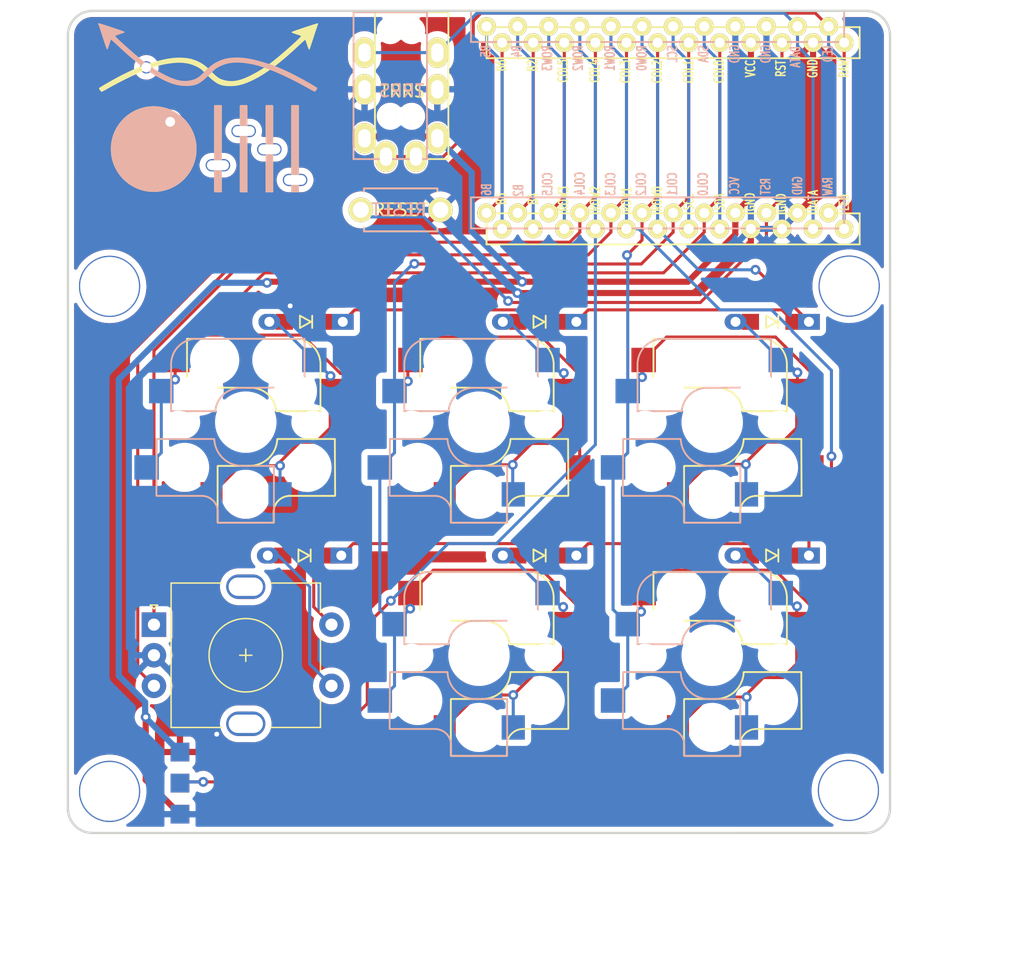
<source format=kicad_pcb>
(kicad_pcb (version 20211014) (generator pcbnew)
  (title_block (title "Seekbar Control Keyboard") (date "2023-12-14"))
  (layers (0 "F.Cu" signal) (31 "B.Cu" signal) (34 "B.Paste" user) (35 "F.Paste" user) (36 "B.SilkS" user "B.Silkscreen") (37 "F.SilkS" user "F.Silkscreen") (38 "B.Mask" user) (39 "F.Mask" user) (44 "Edge.Cuts" user))
  (net 0 "")
  (net 1 "row-0")
  (net 2 "Net-(D1-Pad2)")
  (net 3 "row-1")
  (net 4 "Net-(D2-Pad2)")
  (net 5 "Net-(D3-Pad2)")
  (net 6 "Net-(D4-Pad2)")
  (net 7 "Net-(D5-Pad2)")
  (net 8 "Net-(D6-Pad2)")
  (net 9 "VCC")
  (net 10 "data-TX")
  (net 11 "data-RX")
  (net 12 "GND")
  (net 13 "led-Din")
  (net 14 "col-0")
  (net 15 "rotary-A")
  (net 16 "rotary-B")
  (net 17 "col-1")
  (net 18 "reset")
  (net 19 "col-2")
  (net 20 "unconnected-(U1-Pad24)")
  (net 21 "unconnected-(U1-Pad15)")
  (net 22 "unconnected-(U1-Pad14)")
  (net 23 "unconnected-(U1-Pad13)")
  (net 24 "unconnected-(U1-Pad12)")
  (net 25 "unconnected-(U1-Pad11)")
  (net 26 "unconnected-(U1-Pad10)")
  (net 27 "unconnected-(U1-Pad6)")
  (net 28 "unconnected-(U1-Pad5)")
  (footprint "kbd.pretty:D3_TH_SMD_v2" (layer "F.Cu") (at 87.157504 101.519499 180)
    (fp_text reference "D5" hide)
    (fp_text value "D" hide)
  )
  (footprint "kbd.pretty:MJ-4PP-9" (layer "F.Cu") (at 57.707504 76.219499)
    (fp_text reference "J1")
    (fp_text value "MJ-4PP-9" hide)
  )
  (footprint "kbd.pretty:ResetSW" (layer "F.Cu") (at 56.807504 92.369499 180)
    (fp_text reference "SW5" hide)
    (fp_text value "RESET_SW")
  )
  (footprint "kbd.pretty:D3_TH_SMD_v2" (layer "F.Cu") (at 68.157504 120.619499 180)
    (fp_text reference "D4" hide)
    (fp_text value "D" hide)
  )
  (footprint "kbd.pretty:CherryMX_Choc_Hotswap" (layer "F.Cu") (at 63.207504 109.719499)
    (fp_text reference "SW3" hide)
    (fp_text value "SW_PUSH" hide)
  )
  (footprint "kbd.pretty:HOLE" (layer "F.Cu") (at 33.033004 98.619499)
    (fp_text reference "Ref**")
    (fp_text value "Val**")
  )
  (footprint "kbd.pretty:D3_TH_SMD_v2" (layer "F.Cu") (at 87.157504 120.619499 180)
    (fp_text reference "D6" hide)
    (fp_text value "D" hide)
  )
  (footprint "kbd.pretty:HOLE" (layer "F.Cu") (at 93.384004 139.819499)
    (fp_text reference "Ref**")
    (fp_text value "Val**")
  )
  (footprint "kbd.pretty:D3_TH_SMD_v2" (layer "F.Cu") (at 48.957504 120.619499 180)
    (fp_text reference "D2" hide)
    (fp_text value "D" hide)
  )
  (footprint "kbd.pretty:CherryMX_Choc_Hotswap" (layer "F.Cu") (at 82.257504 128.769499)
    (fp_text reference "SW7" hide)
    (fp_text value "SW_PUSH" hide)
  )
  (footprint "kbd.pretty:ProMicro_v2" (layer "F.Cu") (at 78.557504 86.269499 -90)
    (fp_text reference "U1" hide)
    (fp_text value "ProMicro" hide)
  )
  (footprint "kbd.pretty:CherryMX_Choc_Hotswap" (layer "F.Cu") (at 82.257504 109.719499)
    (fp_text reference "SW6" hide)
    (fp_text value "SW_PUSH" hide)
  )
  (footprint "kbd.pretty:D3_TH_SMD_v2" (layer "F.Cu") (at 68.157504 101.519499 180)
    (fp_text reference "D3" hide)
    (fp_text value "D" hide)
  )
  (footprint "kbd.pretty:HOLE" (layer "F.Cu") (at 33.033004 139.896001)
    (fp_text reference "Ref**")
    (fp_text value "Val**")
  )
  (footprint "kbd.pretty:CherryMX_Choc_Hotswap" (layer "F.Cu") (at 44.157504 109.719499)
    (fp_text reference "SW1" hide)
    (fp_text value "SW_PUSH" hide)
  )
  (footprint "kbd.pretty:StripLED_rev" (layer "F.Cu") (at 38.784004 136.679499)
    (fp_text reference "J2" hide)
    (fp_text value "LED" hide)
  )
  (footprint "logo.pretty:SCK-logo" (layer "F.Cu") (at 41.034071 83.874503)
    (fp_text reference "REF**" hide)
    (fp_text value "SCK-logo" hide)
  )
  (footprint "kbd.pretty:CherryMX_Choc_Hotswap" (layer "F.Cu") (at 63.207504 128.769499)
    (fp_text reference "SW4" hide)
    (fp_text value "SW_PUSH" hide)
  )
  (footprint "kbd.pretty:D3_TH_SMD_v2" (layer "F.Cu") (at 49.082504 101.519499 180)
    (fp_text reference "D1" hide)
    (fp_text value "D" hide)
  )
  (footprint "kbd.pretty:HOLE" (layer "F.Cu") (at 93.445504 98.604499)
    (fp_text reference "Ref**")
    (fp_text value "Val**")
  )
  (footprint "Keebio-Parts.pretty:RotaryEncoder_EC11" (layer "F.Cu") (at 44.157504 128.769499)
    (fp_text reference "SW2")
    (fp_text value "RotaryEncoder_Switch")
  )
  (gr_line (start 30.454504 76.488497) (end 30.454504 76.488497) (layer "Edge.Cuts") (width 0.188976))
  (gr_line (start 95.399501 143.196493) (end 95.399501 143.196493) (layer "Edge.Cuts") (width 0.188976))
  (gr_line (start 30.722504 76.324497) (end 30.864504 76.259497) (layer "Edge.Cuts") (width 0.188976))
  (gr_line (start 30.011504 142.469496) (end 29.924504 142.338499) (layer "Edge.Cuts") (width 0.188976))
  (gr_line (start 96.079501 142.814497) (end 96.079501 142.814497) (layer "Edge.Cuts") (width 0.188976))
  (gr_line (start 31.473504 143.287497) (end 31.317504 143.269499) (layer "Edge.Cuts") (width 0.188976))
  (gr_line (start 95.956507 142.912497) (end 95.956507 142.912497) (layer "Edge.Cuts") (width 0.188976))
  (gr_line (start 31.163504 76.162497) (end 31.317504 76.131497) (layer "Edge.Cuts") (width 0.188976))
  (gr_line (start 96.756503 77.794497) (end 96.756503 77.794497) (layer "Edge.Cuts") (width 0.188976))
  (gr_line (start 31.163504 143.238501) (end 31.011504 143.196493) (layer "Edge.Cuts") (width 0.188976))
  (gr_line (start 29.727504 77.488497) (end 29.782504 77.341497) (layer "Edge.Cuts") (width 0.188976))
  (gr_line (start 96.780505 78.107497) (end 96.781504 141.294501) (layer "Edge.Cuts") (width 0.188976))
  (gr_line (start 95.546504 76.259497) (end 95.546504 76.259497) (layer "Edge.Cuts") (width 0.188976))
  (gr_line (start 96.781504 141.294501) (end 96.774501 141.450499) (layer "Edge.Cuts") (width 0.188976))
  (gr_line (start 31.163504 76.162497) (end 31.163504 76.162497) (layer "Edge.Cuts") (width 0.188976))
  (gr_line (start 31.011504 143.196493) (end 30.864504 143.141501) (layer "Edge.Cuts") (width 0.188976))
  (gr_line (start 96.725505 141.760496) (end 96.725505 141.760496) (layer "Edge.Cuts") (width 0.188976))
  (gr_line (start 96.301501 76.808497) (end 96.301501 76.808497) (layer "Edge.Cuts") (width 0.188976))
  (gr_line (start 29.629504 141.294501) (end 29.629504 141.294501) (layer "Edge.Cuts") (width 0.188976))
  (gr_line (start 29.630504 78.107497) (end 29.630504 78.107497) (layer "Edge.Cuts") (width 0.188976))
  (gr_line (start 29.847504 77.199497) (end 29.847504 77.199497) (layer "Edge.Cuts") (width 0.188976))
  (gr_line (start 29.654504 77.794497) (end 29.654504 77.794497) (layer "Edge.Cuts") (width 0.188976))
  (gr_line (start 29.847504 77.199497) (end 29.924504 77.062497) (layer "Edge.Cuts") (width 0.188976))
  (gr_line (start 94.937503 143.287497) (end 94.937503 143.287497) (layer "Edge.Cuts") (width 0.188976))
  (gr_line (start 95.2475 76.162497) (end 95.399501 76.204497) (layer "Edge.Cuts") (width 0.188976))
  (gr_line (start 29.636504 141.450499) (end 29.629504 141.294501) (layer "Edge.Cuts") (width 0.188976))
  (gr_line (start 29.685504 141.760496) (end 29.685504 141.760496) (layer "Edge.Cuts") (width 0.188976))
  (gr_line (start 96.195506 142.708494) (end 96.079501 142.814497) (layer "Edge.Cuts") (width 0.188976))
  (gr_line (start 31.473504 143.287497) (end 31.473504 143.287497) (layer "Edge.Cuts") (width 0.188976))
  (gr_line (start 30.011504 76.931497) (end 30.011504 76.931497) (layer "Edge.Cuts") (width 0.188976))
  (gr_line (start 30.011504 142.469496) (end 30.011504 142.469496) (layer "Edge.Cuts") (width 0.188976))
  (gr_line (start 29.782504 142.0595) (end 29.782504 142.0595) (layer "Edge.Cuts") (width 0.188976))
  (gr_line (start 31.317504 143.269499) (end 31.317504 143.269499) (layer "Edge.Cuts") (width 0.188976))
  (gr_line (start 30.331504 142.814497) (end 30.331504 142.814497) (layer "Edge.Cuts") (width 0.188976))
  (gr_line (start 31.011504 76.204497) (end 31.163504 76.162497) (layer "Edge.Cuts") (width 0.188976))
  (gr_line (start 96.628505 77.341497) (end 96.683505 77.488497) (layer "Edge.Cuts") (width 0.188976))
  (gr_line (start 30.215504 142.708494) (end 30.215504 142.708494) (layer "Edge.Cuts") (width 0.188976))
  (gr_line (start 95.2475 143.238501) (end 95.093501 143.269499) (layer "Edge.Cuts") (width 0.188976))
  (gr_line (start 29.847504 142.201498) (end 29.782504 142.0595) (layer "Edge.Cuts") (width 0.188976))
  (gr_line (start 29.654504 141.606497) (end 29.636504 141.450499) (layer "Edge.Cuts") (width 0.188976))
  (gr_line (start 96.683505 77.488497) (end 96.725505 77.640497) (layer "Edge.Cuts") (width 0.188976))
  (gr_line (start 96.486506 142.338499) (end 96.486506 142.338499) (layer "Edge.Cuts") (width 0.188976))
  (gr_line (start 96.683505 77.488497) (end 96.683505 77.488497) (layer "Edge.Cuts") (width 0.188976))
  (gr_line (start 30.864504 143.141501) (end 30.722504 143.076498) (layer "Edge.Cuts") (width 0.188976))
  (gr_line (start 95.399501 76.204497) (end 95.546504 76.259497) (layer "Edge.Cuts") (width 0.188976))
  (gr_line (start 30.331504 142.814497) (end 30.215504 142.708494) (layer "Edge.Cuts") (width 0.188976))
  (gr_line (start 96.683505 141.912497) (end 96.628505 142.0595) (layer "Edge.Cuts") (width 0.188976))
  (gr_line (start 30.585504 142.999495) (end 30.454504 142.912497) (layer "Edge.Cuts") (width 0.188976))
  (gr_line (start 96.628505 142.0595) (end 96.563502 142.201498) (layer "Edge.Cuts") (width 0.188976))
  (gr_line (start 96.399501 76.931497) (end 96.399501 76.931497) (layer "Edge.Cuts") (width 0.188976))
  (gr_line (start 96.628505 142.0595) (end 96.628505 142.0595) (layer "Edge.Cuts") (width 0.188976))
  (gr_line (start 95.546504 143.141501) (end 95.399501 143.196493) (layer "Edge.Cuts") (width 0.188976))
  (gr_line (start 30.109504 76.808497) (end 30.215504 76.692497) (layer "Edge.Cuts") (width 0.188976))
  (gr_line (start 30.454504 76.488497) (end 30.585504 76.401497) (layer "Edge.Cuts") (width 0.188976))
  (gr_line (start 31.630504 143.294501) (end 31.630504 143.294501) (layer "Edge.Cuts") (width 0.188976))
  (gr_line (start 95.2475 143.238501) (end 95.2475 143.238501) (layer "Edge.Cuts") (width 0.188976))
  (gr_line (start 96.628505 77.341497) (end 96.628505 77.341497) (layer "Edge.Cuts") (width 0.188976))
  (gr_line (start 96.774501 77.950497) (end 96.780505 78.107497) (layer "Edge.Cuts") (width 0.188976))
  (gr_line (start 29.782504 77.341497) (end 29.847504 77.199497) (layer "Edge.Cuts") (width 0.188976))
  (gr_line (start 31.163504 143.238501) (end 31.163504 143.238501) (layer "Edge.Cuts") (width 0.188976))
  (gr_line (start 95.825503 76.401497) (end 95.956507 76.488497) (layer "Edge.Cuts") (width 0.188976))
  (gr_line (start 95.546504 143.141501) (end 95.546504 143.141501) (layer "Edge.Cuts") (width 0.188976))
  (gr_line (start 96.780505 78.107497) (end 96.780505 78.107497) (layer "Edge.Cuts") (width 0.188976))
  (gr_line (start 31.011504 76.204497) (end 31.011504 76.204497) (layer "Edge.Cuts") (width 0.188976))
  (gr_line (start 29.924504 142.338499) (end 29.847504 142.201498) (layer "Edge.Cuts") (width 0.188976))
  (gr_line (start 30.109504 142.592497) (end 30.011504 142.469496) (layer "Edge.Cuts") (width 0.188976))
  (gr_line (start 95.093501 76.131497) (end 95.2475 76.162497) (layer "Edge.Cuts") (width 0.188976))
  (gr_line (start 95.956507 142.912497) (end 95.825503 142.999495) (layer "Edge.Cuts") (width 0.188976))
  (gr_line (start 29.629504 141.294501) (end 29.630504 78.107497) (layer "Edge.Cuts") (width 0.188976))
  (gr_line (start 96.774501 141.450499) (end 96.756503 141.606497) (layer "Edge.Cuts") (width 0.188976))
  (gr_line (start 96.399501 76.931497) (end 96.486506 77.062497) (layer "Edge.Cuts") (width 0.188976))
  (gr_line (start 30.864504 143.141501) (end 30.864504 143.141501) (layer "Edge.Cuts") (width 0.188976))
  (gr_line (start 96.195506 76.692497) (end 96.301501 76.808497) (layer "Edge.Cuts") (width 0.188976))
  (gr_line (start 31.630504 143.294501) (end 31.473504 143.287497) (layer "Edge.Cuts") (width 0.188976))
  (gr_line (start 29.782504 77.341497) (end 29.782504 77.341497) (layer "Edge.Cuts") (width 0.188976))
  (gr_line (start 29.636504 77.950497) (end 29.636504 77.950497) (layer "Edge.Cuts") (width 0.188976))
  (gr_line (start 29.924504 142.338499) (end 29.924504 142.338499) (layer "Edge.Cuts") (width 0.188976))
  (gr_line (start 30.864504 76.259497) (end 30.864504 76.259497) (layer "Edge.Cuts") (width 0.188976))
  (gr_line (start 95.956507 76.488497) (end 95.956507 76.488497) (layer "Edge.Cuts") (width 0.188976))
  (gr_line (start 30.722504 143.076498) (end 30.722504 143.076498) (layer "Edge.Cuts") (width 0.188976))
  (gr_line (start 96.756503 77.794497) (end 96.774501 77.950497) (layer "Edge.Cuts") (width 0.188976))
  (gr_line (start 29.654504 141.606497) (end 29.654504 141.606497) (layer "Edge.Cuts") (width 0.188976))
  (gr_line (start 29.636504 77.950497) (end 29.654504 77.794497) (layer "Edge.Cuts") (width 0.188976))
  (gr_line (start 29.727504 77.488497) (end 29.727504 77.488497) (layer "Edge.Cuts") (width 0.188976))
  (gr_line (start 96.774501 141.450499) (end 96.774501 141.450499) (layer "Edge.Cuts") (width 0.188976))
  (gr_line (start 30.722504 76.324497) (end 30.722504 76.324497) (layer "Edge.Cuts") (width 0.188976))
  (gr_line (start 96.756503 141.606497) (end 96.725505 141.760496) (layer "Edge.Cuts") (width 0.188976))
  (gr_line (start 29.685504 77.640497) (end 29.685504 77.640497) (layer "Edge.Cuts") (width 0.188976))
  (gr_line (start 30.109504 76.808497) (end 30.109504 76.808497) (layer "Edge.Cuts") (width 0.188976))
  (gr_line (start 94.781504 143.293493) (end 94.781504 143.293493) (layer "Edge.Cuts") (width 0.188976))
  (gr_line (start 96.725505 77.640497) (end 96.725505 77.640497) (layer "Edge.Cuts") (width 0.188976))
  (gr_line (start 29.727504 141.912497) (end 29.727504 141.912497) (layer "Edge.Cuts") (width 0.188976))
  (gr_line (start 29.782504 142.0595) (end 29.727504 141.912497) (layer "Edge.Cuts") (width 0.188976))
  (gr_line (start 96.301501 142.592497) (end 96.301501 142.592497) (layer "Edge.Cuts") (width 0.188976))
  (gr_line (start 96.756503 141.606497) (end 96.756503 141.606497) (layer "Edge.Cuts") (width 0.188976))
  (gr_line (start 95.688502 76.324497) (end 95.825503 76.401497) (layer "Edge.Cuts") (width 0.188976))
  (gr_line (start 30.722504 143.076498) (end 30.585504 142.999495) (layer "Edge.Cuts") (width 0.188976))
  (gr_line (start 94.937503 76.113497) (end 94.937503 76.113497) (layer "Edge.Cuts") (width 0.188976))
  (gr_line (start 29.924504 77.062497) (end 30.011504 76.931497) (layer "Edge.Cuts") (width 0.188976))
  (gr_line (start 96.563502 142.201498) (end 96.563502 142.201498) (layer "Edge.Cuts") (width 0.188976))
  (gr_line (start 95.093501 143.269499) (end 95.093501 143.269499) (layer "Edge.Cuts") (width 0.188976))
  (gr_line (start 96.725505 77.640497) (end 96.756503 77.794497) (layer "Edge.Cuts") (width 0.188976))
  (gr_line (start 30.215504 76.692497) (end 30.331504 76.586497) (layer "Edge.Cuts") (width 0.188976))
  (gr_line (start 30.331504 76.586497) (end 30.454504 76.488497) (layer "Edge.Cuts") (width 0.188976))
  (gr_line (start 30.215504 142.708494) (end 30.109504 142.592497) (layer "Edge.Cuts") (width 0.188976))
  (gr_line (start 31.317504 143.269499) (end 31.163504 143.238501) (layer "Edge.Cuts") (width 0.188976))
  (gr_line (start 95.688502 143.076498) (end 95.688502 143.076498) (layer "Edge.Cuts") (width 0.188976))
  (gr_line (start 96.683505 141.912497) (end 96.683505 141.912497) (layer "Edge.Cuts") (width 0.188976))
  (gr_line (start 96.079501 142.814497) (end 95.956507 142.912497) (layer "Edge.Cuts") (width 0.188976))
  (gr_line (start 96.486506 77.062497) (end 96.486506 77.062497) (layer "Edge.Cuts") (width 0.188976))
  (gr_line (start 94.937503 76.113497) (end 95.093501 76.131497) (layer "Edge.Cuts") (width 0.188976))
  (gr_line (start 31.473504 76.113497) (end 31.630504 76.106497) (layer "Edge.Cuts") (width 0.188976))
  (gr_line (start 31.011504 143.196493) (end 31.011504 143.196493) (layer "Edge.Cuts") (width 0.188976))
  (gr_line (start 96.301501 142.592497) (end 96.195506 142.708494) (layer "Edge.Cuts") (width 0.188976))
  (gr_line (start 31.317504 76.131497) (end 31.317504 76.131497) (layer "Edge.Cuts") (width 0.188976))
  (gr_line (start 30.864504 76.259497) (end 31.011504 76.204497) (layer "Edge.Cuts") (width 0.188976))
  (gr_line (start 94.781504 76.107497) (end 94.937503 76.113497) (layer "Edge.Cuts") (width 0.188976))
  (gr_line (start 29.630504 78.107497) (end 29.636504 77.950497) (layer "Edge.Cuts") (width 0.188976))
  (gr_line (start 94.937503 143.287497) (end 94.781504 143.293493) (layer "Edge.Cuts") (width 0.188976))
  (gr_line (start 96.399501 142.469496) (end 96.399501 142.469496) (layer "Edge.Cuts") (width 0.188976))
  (gr_line (start 96.774501 77.950497) (end 96.774501 77.950497) (layer "Edge.Cuts") (width 0.188976))
  (gr_line (start 95.688502 76.324497) (end 95.688502 76.324497) (layer "Edge.Cuts") (width 0.188976))
  (gr_line (start 96.563502 77.199497) (end 96.563502 77.199497) (layer "Edge.Cuts") (width 0.188976))
  (gr_line (start 30.109504 142.592497) (end 30.109504 142.592497) (layer "Edge.Cuts") (width 0.188976))
  (gr_line (start 31.630504 76.106497) (end 31.630504 76.106497) (layer "Edge.Cuts") (width 0.188976))
  (gr_line (start 95.688502 143.076498) (end 95.546504 143.141501) (layer "Edge.Cuts") (width 0.188976))
  (gr_line (start 96.725505 141.760496) (end 96.683505 141.912497) (layer "Edge.Cuts") (width 0.188976))
  (gr_line (start 96.301501 76.808497) (end 96.399501 76.931497) (layer "Edge.Cuts") (width 0.188976))
  (gr_line (start 29.924504 77.062497) (end 29.924504 77.062497) (layer "Edge.Cuts") (width 0.188976))
  (gr_line (start 30.215504 76.692497) (end 30.215504 76.692497) (layer "Edge.Cuts") (width 0.188976))
  (gr_line (start 30.585504 142.999495) (end 30.585504 142.999495) (layer "Edge.Cuts") (width 0.188976))
  (gr_line (start 29.847504 142.201498) (end 29.847504 142.201498) (layer "Edge.Cuts") (width 0.188976))
  (gr_line (start 30.454504 142.912497) (end 30.331504 142.814497) (layer "Edge.Cuts") (width 0.188976))
  (gr_line (start 30.585504 76.401497) (end 30.722504 76.324497) (layer "Edge.Cuts") (width 0.188976))
  (gr_line (start 95.825503 142.999495) (end 95.825503 142.999495) (layer "Edge.Cuts") (width 0.188976))
  (gr_line (start 95.956507 76.488497) (end 96.079501 76.586497) (layer "Edge.Cuts") (width 0.188976))
  (gr_line (start 96.781504 141.294501) (end 96.781504 141.294501) (layer "Edge.Cuts") (width 0.188976))
  (gr_line (start 31.473504 76.113497) (end 31.473504 76.113497) (layer "Edge.Cuts") (width 0.188976))
  (gr_line (start 96.486506 77.062497) (end 96.563502 77.199497) (layer "Edge.Cuts") (width 0.188976))
  (gr_line (start 96.079501 76.586497) (end 96.195506 76.692497) (layer "Edge.Cuts") (width 0.188976))
  (gr_line (start 29.685504 141.760496) (end 29.654504 141.606497) (layer "Edge.Cuts") (width 0.188976))
  (gr_line (start 29.727504 141.912497) (end 29.685504 141.760496) (layer "Edge.Cuts") (width 0.188976))
  (gr_line (start 29.685504 77.640497) (end 29.727504 77.488497) (layer "Edge.Cuts") (width 0.188976))
  (gr_line (start 95.546504 76.259497) (end 95.688502 76.324497) (layer "Edge.Cuts") (width 0.188976))
  (gr_line (start 30.454504 142.912497) (end 30.454504 142.912497) (layer "Edge.Cuts") (width 0.188976))
  (gr_line (start 95.399501 143.196493) (end 95.2475 143.238501) (layer "Edge.Cuts") (width 0.188976))
  (gr_line (start 96.195506 142.708494) (end 96.195506 142.708494) (layer "Edge.Cuts") (width 0.188976))
  (gr_line (start 31.317504 76.131497) (end 31.473504 76.113497) (layer "Edge.Cuts") (width 0.188976))
  (gr_line (start 95.093501 143.269499) (end 94.937503 143.287497) (layer "Edge.Cuts") (width 0.188976))
  (gr_line (start 94.781504 143.293493) (end 31.630504 143.294501) (layer "Edge.Cuts") (width 0.188976))
  (gr_line (start 96.399501 142.469496) (end 96.301501 142.592497) (layer "Edge.Cuts") (width 0.188976))
  (gr_line (start 95.093501 76.131497) (end 95.093501 76.131497) (layer "Edge.Cuts") (width 0.188976))
  (gr_line (start 30.331504 76.586497) (end 30.331504 76.586497) (layer "Edge.Cuts") (width 0.188976))
  (gr_line (start 29.636504 141.450499) (end 29.636504 141.450499) (layer "Edge.Cuts") (width 0.188976))
  (gr_line (start 95.825503 76.401497) (end 95.825503 76.401497) (layer "Edge.Cuts") (width 0.188976))
  (gr_line (start 95.825503 142.999495) (end 95.688502 143.076498) (layer "Edge.Cuts") (width 0.188976))
  (gr_line (start 95.2475 76.162497) (end 95.2475 76.162497) (layer "Edge.Cuts") (width 0.188976))
  (gr_line (start 30.585504 76.401497) (end 30.585504 76.401497) (layer "Edge.Cuts") (width 0.188976))
  (gr_line (start 29.654504 77.794497) (end 29.685504 77.640497) (layer "Edge.Cuts") (width 0.188976))
  (gr_line (start 30.011504 76.931497) (end 30.109504 76.808497) (layer "Edge.Cuts") (width 0.188976))
  (gr_line (start 96.563502 77.199497) (end 96.628505 77.341497) (layer "Edge.Cuts") (width 0.188976))
  (gr_line (start 96.195506 76.692497) (end 96.195506 76.692497) (layer "Edge.Cuts") (width 0.188976))
  (gr_line (start 96.486506 142.338499) (end 96.399501 142.469496) (layer "Edge.Cuts") (width 0.188976))
  (gr_line (start 96.563502 142.201498) (end 96.486506 142.338499) (layer "Edge.Cuts") (width 0.188976))
  (gr_line (start 96.079501 76.586497) (end 96.079501 76.586497) (layer "Edge.Cuts") (width 0.188976))
  (gr_line (start 95.399501 76.204497) (end 95.399501 76.204497) (layer "Edge.Cuts") (width 0.188976))
  (gr_line (start 31.630504 76.106497) (end 94.781504 76.107497) (layer "Edge.Cuts") (width 0.188976))
  (segment (start 69.932504 101.519499) (end 68.957993 100.544988) (width 0.25) (layer "F.Cu") (net 1))
  (segment (start 53.057015 100.544988) (end 52.082504 101.519499) (width 0.25) (layer "F.Cu") (net 1))
  (segment (start 72.132024 100.544979) (end 71.157504 101.519499) (width 0.25) (layer "F.Cu") (net 1))
  (segment (start 85.787504 97.269499) (end 85.837504 97.319499) (width 0.25) (layer "F.Cu") (net 1))
  (segment (start 88.932504 101.519499) (end 87.957984 100.544979) (width 0.25) (layer "F.Cu") (net 1))
  (segment (start 71.157504 101.519499) (end 69.932504 101.519499) (width 0.25) (layer "F.Cu") (net 1))
  (segment (start 90.157504 101.519499) (end 88.932504 101.519499) (width 0.25) (layer "F.Cu") (net 1))
  (segment (start 85.837504 97.319499) (end 85.957504 97.319499) (width 0.25) (layer "F.Cu") (net 1))
  (segment (start 85.957504 97.319499) (end 90.157504 101.519499) (width 0.25) (layer "F.Cu") (net 1))
  (segment (start 68.957993 100.544988) (end 53.057015 100.544988) (width 0.25) (layer "F.Cu") (net 1))
  (segment (start 87.957984 100.544979) (end 72.132024 100.544979) (width 0.25) (layer "F.Cu") (net 1))
  (segment (start 52.082504 101.519499) (end 50.857504 101.519499) (width 0.25) (layer "F.Cu") (net 1))
  (via (at 85.787504 97.269499) (size 0.8) (drill 0.4) (layers "F.Cu" "B.Cu") (net 1))
  (segment (start 77.795504 93.925899) (end 77.795504 80.242459) (width 0.25) (layer "B.Cu") (net 1))
  (segment (start 81.139104 97.269499) (end 77.795504 93.925899) (width 0.25) (layer "B.Cu") (net 1))
  (segment (start 76.525504 78.972459) (end 76.525504 77.379499) (width 0.25) (layer "B.Cu") (net 1))
  (segment (start 77.795504 80.242459) (end 76.525504 78.972459) (width 0.25) (layer "B.Cu") (net 1))
  (segment (start 85.787504 97.269499) (end 81.139104 97.269499) (width 0.25) (layer "B.Cu") (net 1))
  (segment (start 46.957504 113.279499) (end 43.697504 113.279499) (width 0.25) (layer "F.Cu") (net 2))
  (segment (start 43.697504 113.279499) (end 41.357504 115.619499) (width 0.25) (layer "F.Cu") (net 2))
  (segment (start 51.057504 110.192656) (end 49.890661 111.359499) (width 0.25) (layer "F.Cu") (net 2))
  (segment (start 51.057504 107.179499) (end 51.057504 110.192656) (width 0.25) (layer "F.Cu") (net 2))
  (segment (start 46.957504 112.968525) (end 46.957504 113.279499) (width 0.25) (layer "F.Cu") (net 2))
  (segment (start 51.057504 105.969499) (end 51.077504 105.949499) (width 0.25) (layer "F.Cu") (net 2))
  (segment (start 49.890661 111.359499) (end 48.56653 111.359499) (width 0.25) (layer "F.Cu") (net 2))
  (segment (start 51.057504 107.179499) (end 51.057504 105.969499) (width 0.25) (layer "F.Cu") (net 2))
  (segment (start 48.56653 111.359499) (end 46.957504 112.968525) (width 0.25) (layer "F.Cu") (net 2))
  (via (at 51.077504 105.949499) (size 0.8) (drill 0.4) (layers "F.Cu" "B.Cu") (net 2))
  (via (at 46.957504 113.279499) (size 0.8) (drill 0.4) (layers "F.Cu" "B.Cu") (net 2))
  (segment (start 46.637504 101.519499) (end 46.082504 101.519499) (width 0.25) (layer "B.Cu") (net 2))
  (segment (start 51.077504 105.949499) (end 51.067504 105.949499) (width 0.25) (layer "B.Cu") (net 2))
  (segment (start 49.757504 104.639499) (end 46.637504 101.519499) (width 0.25) (layer "B.Cu") (net 2))
  (segment (start 46.957504 113.279499) (end 46.957504 115.619499) (width 0.25) (layer "B.Cu") (net 2))
  (segment (start 51.067504 105.949499) (end 49.757504 104.639499) (width 0.25) (layer "B.Cu") (net 2))
  (segment (start 91.997504 112.509499) (end 91.997504 114.428521) (width 0.25) (layer "F.Cu") (net 3))
  (segment (start 69.932504 120.619499) (end 68.957993 119.644988) (width 0.25) (layer "F.Cu") (net 3))
  (segment (start 72.132024 119.644979) (end 71.157504 120.619499) (width 0.25) (layer "F.Cu") (net 3))
  (segment (start 91.997504 114.428521) (end 90.157504 116.268521) (width 0.25) (layer "F.Cu") (net 3))
  (segment (start 68.957993 119.644988) (end 52.932015 119.644988) (width 0.25) (layer "F.Cu") (net 3))
  (segment (start 87.957984 119.644979) (end 72.132024 119.644979) (width 0.25) (layer "F.Cu") (net 3))
  (segment (start 52.932015 119.644988) (end 51.957504 120.619499) (width 0.25) (layer "F.Cu") (net 3))
  (segment (start 88.932504 120.619499) (end 87.957984 119.644979) (width 0.25) (layer "F.Cu") (net 3))
  (segment (start 50.732504 120.619499) (end 51.957504 120.619499) (width 0.25) (layer "F.Cu") (net 3))
  (segment (start 90.157504 116.268521) (end 90.157504 120.619499) (width 0.25) (layer "F.Cu") (net 3))
  (via (at 91.997504 112.509499) (size 0.8) (drill 0.4) (layers "F.Cu" "B.Cu") (net 3))
  (segment (start 87.109484 100.544979) (end 82.878024 100.544979) (width 0.25) (layer "B.Cu") (net 3))
  (segment (start 73.985504 78.972459) (end 73.985504 77.379499) (width 0.25) (layer "B.Cu") (net 3))
  (segment (start 91.995493 105.492748) (end 88.784004 102.281259) (width 0.25) (layer "B.Cu") (net 3))
  (segment (start 76.258944 93.925899) (end 75.255504 93.925899) (width 0.25) (layer "B.Cu") (net 3))
  (segment (start 75.255504 93.925899) (end 75.255504 80.242459) (width 0.25) (layer "B.Cu") (net 3))
  (segment (start 88.784004 102.219499) (end 87.109484 100.544979) (width 0.25) (layer "B.Cu") (net 3))
  (segment (start 75.255504 80.242459) (end 73.985504 78.972459) (width 0.25) (layer "B.Cu") (net 3))
  (segment (start 82.878024 100.544979) (end 76.258944 93.925899) (width 0.25) (layer "B.Cu") (net 3))
  (segment (start 88.784004 102.281259) (end 88.784004 102.219499) (width 0.25) (layer "B.Cu") (net 3))
  (segment (start 91.997504 112.509499) (end 91.995493 112.507488) (width 0.25) (layer "B.Cu") (net 3))
  (segment (start 91.995493 112.507488) (end 91.995493 105.492748) (width 0.25) (layer "B.Cu") (net 3))
  (segment (start 49.377504 129.489499) (end 51.157504 131.269499) (width 0.25) (layer "B.Cu") (net 4))
  (segment (start 49.377504 123.169499) (end 49.377504 129.489499) (width 0.25) (layer "B.Cu") (net 4))
  (segment (start 46.827504 120.619499) (end 49.377504 123.169499) (width 0.25) (layer "B.Cu") (net 4))
  (segment (start 45.957504 120.619499) (end 46.827504 120.619499) (width 0.25) (layer "B.Cu") (net 4))
  (segment (start 65.962488 113.207222) (end 62.819781 113.207222) (width 0.25) (layer "F.Cu") (net 5))
  (segment (start 62.819781 113.207222) (end 60.407504 115.619499) (width 0.25) (layer "F.Cu") (net 5))
  (segment (start 70.107504 105.739499) (end 70.137504 105.709499) (width 0.25) (layer "F.Cu") (net 5))
  (segment (start 67.507504 111.459499) (end 65.962488 113.004515) (width 0.25) (layer "F.Cu") (net 5))
  (segment (start 68.840661 111.459499) (end 67.507504 111.459499) (width 0.25) (layer "F.Cu") (net 5))
  (segment (start 70.107504 107.179499) (end 70.107504 110.192656) (width 0.25) (layer "F.Cu") (net 5))
  (segment (start 70.107504 110.192656) (end 68.840661 111.459499) (width 0.25) (layer "F.Cu") (net 5))
  (segment (start 65.962488 113.004515) (end 65.962488 113.207222) (width 0.25) (layer "F.Cu") (net 5))
  (segment (start 70.107504 107.179499) (end 70.107504 105.739499) (width 0.25) (layer "F.Cu") (net 5))
  (via (at 70.137504 105.709499) (size 0.8) (drill 0.4) (layers "F.Cu" "B.Cu") (net 5))
  (via (at 65.962488 113.207222) (size 0.8) (drill 0.4) (layers "F.Cu" "B.Cu") (net 5))
  (segment (start 65.962488 115.574483) (end 66.007504 115.619499) (width 0.25) (layer "B.Cu") (net 5))
  (segment (start 65.687504 101.519499) (end 65.157504 101.519499) (width 0.25) (layer "B.Cu") (net 5))
  (segment (start 65.962488 113.207222) (end 65.962488 115.574483) (width 0.25) (layer "B.Cu") (net 5))
  (segment (start 70.137504 105.709499) (end 69.877504 105.709499) (width 0.25) (layer "B.Cu") (net 5))
  (segment (start 69.877504 105.709499) (end 68.807504 104.639499) (width 0.25) (layer "B.Cu") (net 5))
  (segment (start 68.807504 104.639499) (end 65.687504 101.519499) (width 0.25) (layer "B.Cu") (net 5))
  (segment (start 67.733433 130.292596) (end 66.006331 132.019698) (width 0.25) (layer "F.Cu") (net 6))
  (segment (start 69.057564 130.292596) (end 67.733433 130.292596) (width 0.25) (layer "F.Cu") (net 6))
  (segment (start 63.057305 132.019698) (end 60.407504 134.669499) (width 0.25) (layer "F.Cu") (net 6))
  (segment (start 70.107504 126.229499) (end 70.107504 124.839499) (width 0.25) (layer "F.Cu") (net 6))
  (segment (start 70.107504 129.242656) (end 69.057564 130.292596) (width 0.25) (layer "F.Cu") (net 6))
  (segment (start 66.006331 132.019698) (end 63.057305 132.019698) (width 0.25) (layer "F.Cu") (net 6))
  (segment (start 70.107504 126.229499) (end 70.107504 129.242656) (width 0.25) (layer "F.Cu") (net 6))
  (segment (start 70.107504 124.839499) (end 70.087504 124.819499) (width 0.25) (layer "F.Cu") (net 6))
  (via (at 70.087504 124.819499) (size 0.8) (drill 0.4) (layers "F.Cu" "B.Cu") (net 6))
  (via (at 66.006331 132.019698) (size 0.8) (drill 0.4) (layers "F.Cu" "B.Cu") (net 6))
  (segment (start 68.807504 123.689499) (end 65.737504 120.619499) (width 0.25) (layer "B.Cu") (net 6))
  (segment (start 66.006331 132.019698) (end 66.007504 132.020871) (width 0.25) (layer "B.Cu") (net 6))
  (segment (start 66.007504 132.020871) (end 66.007504 134.669499) (width 0.25) (layer "B.Cu") (net 6))
  (segment (start 70.087504 124.819499) (end 69.937504 124.819499) (width 0.25) (layer "B.Cu") (net 6))
  (segment (start 69.937504 124.819499) (end 68.807504 123.689499) (width 0.25) (layer "B.Cu") (net 6))
  (segment (start 65.737504 120.619499) (end 65.157504 120.619499) (width 0.25) (layer "B.Cu") (net 6))
  (segment (start 88.000661 111.349499) (end 86.67653 111.349499) (width 0.25) (layer "F.Cu") (net 7))
  (segment (start 89.157504 110.192656) (end 88.000661 111.349499) (width 0.25) (layer "F.Cu") (net 7))
  (segment (start 85.007504 113.018525) (end 85.007504 113.169499) (width 0.25) (layer "F.Cu") (net 7))
  (segment (start 89.217504 105.659499) (end 89.217504 107.119499) (width 0.25) (layer "F.Cu") (net 7))
  (segment (start 86.67653 111.349499) (end 85.007504 113.018525) (width 0.25) (layer "F.Cu") (net 7))
  (segment (start 85.007504 113.169499) (end 81.907504 113.169499) (width 0.25) (layer "F.Cu") (net 7))
  (segment (start 81.907504 113.169499) (end 79.457504 115.619499) (width 0.25) (layer "F.Cu") (net 7))
  (segment (start 89.217504 107.119499) (end 89.157504 107.179499) (width 0.25) (layer "F.Cu") (net 7))
  (segment (start 89.157504 107.179499) (end 89.157504 110.192656) (width 0.25) (layer "F.Cu") (net 7))
  (via (at 85.007504 113.169499) (size 0.8) (drill 0.4) (layers "F.Cu" "B.Cu") (net 7))
  (via (at 89.217504 105.659499) (size 0.8) (drill 0.4) (layers "F.Cu" "B.Cu") (net 7))
  (segment (start 87.857504 104.639499) (end 84.737504 101.519499) (width 0.25) (layer "B.Cu") (net 7))
  (segment (start 84.737504 101.519499) (end 84.157504 101.519499) (width 0.25) (layer "B.Cu") (net 7))
  (segment (start 85.007504 113.169499) (end 85.007504 115.569499) (width 0.25) (layer "B.Cu") (net 7))
  (segment (start 88.197504 104.639499) (end 89.217504 105.659499) (width 0.25) (layer "B.Cu") (net 7))
  (segment (start 85.007504 115.569499) (end 85.057504 115.619499) (width 0.25) (layer "B.Cu") (net 7))
  (segment (start 87.857504 104.639499) (end 88.197504 104.639499) (width 0.25) (layer "B.Cu") (net 7))
  (segment (start 81.937504 132.189499) (end 79.457504 134.669499) (width 0.25) (layer "F.Cu") (net 8))
  (segment (start 86.432025 130.594978) (end 85.077504 131.949499) (width 0.25) (layer "F.Cu") (net 8))
  (segment (start 89.157504 126.229499) (end 89.157504 129.471431) (width 0.25) (layer "F.Cu") (net 8))
  (segment (start 85.077504 132.189499) (end 81.937504 132.189499) (width 0.25) (layer "F.Cu") (net 8))
  (segment (start 89.157504 126.229499) (end 89.157504 124.799499) (width 0.25) (layer "F.Cu") (net 8))
  (segment (start 88.033957 130.594978) (end 86.432025 130.594978) (width 0.25) (layer "F.Cu") (net 8))
  (segment (start 89.157504 129.471431) (end 88.033957 130.594978) (width 0.25) (layer "F.Cu") (net 8))
  (segment (start 89.157504 124.799499) (end 89.187504 124.769499) (width 0.25) (layer "F.Cu") (net 8))
  (segment (start 85.077504 131.949499) (end 85.077504 132.189499) (width 0.25) (layer "F.Cu") (net 8))
  (via (at 85.077504 132.189499) (size 0.8) (drill 0.4) (layers "F.Cu" "B.Cu") (net 8))
  (via (at 89.187504 124.769499) (size 0.8) (drill 0.4) (layers "F.Cu" "B.Cu") (net 8))
  (segment (start 85.077504 134.649499) (end 85.057504 134.669499) (width 0.25) (layer "B.Cu") (net 8))
  (segment (start 87.857504 123.689499) (end 84.787504 120.619499) (width 0.25) (layer "B.Cu") (net 8))
  (segment (start 89.187504 124.769499) (end 88.937504 124.769499) (width 0.25) (layer "B.Cu") (net 8))
  (segment (start 88.937504 124.769499) (end 87.857504 123.689499) (width 0.25) (layer "B.Cu") (net 8))
  (segment (start 84.787504 120.619499) (end 84.157504 120.619499) (width 0.25) (layer "B.Cu") (net 8))
  (segment (start 85.077504 132.189499) (end 85.077504 134.649499) (width 0.25) (layer "B.Cu") (net 8))
  (segment (start 85.415504 78.705899) (end 85.415504 91.349499) (width 0.5) (layer "F.Cu") (net 9))
  (segment (start 35.984004 133.819499) (end 35.984004 138.959499) (width 0.5) (layer "F.Cu") (net 9))
  (segment (start 80.27074 98.243999) (end 66.727504 98.243999) (width 0.5) (layer "F.Cu") (net 9))
  (segment (start 84.145504 94.369235) (end 80.27074 98.243999) (width 0.5) (layer "F.Cu") (net 9))
  (segment (start 54.007024 86.369979) (end 53.857504 86.519499) (width 0.5) (layer "F.Cu") (net 9))
  (segment (start 66.727504 98.243999) (end 45.977602 98.243999) (width 0.5) (layer "F.Cu") (net 9))
  (segment (start 59.807504 86.519499) (end 59.657984 86.369979) (width 0.5) (layer "F.Cu") (net 9))
  (segment (start 35.984004 138.959499) (end 38.784004 141.759499) (width 0.5) (layer "F.Cu") (net 9))
  (segment (start 45.977602 98.243999) (end 45.893053 98.328548) (width 0.5) (layer "F.Cu") (net 9))
  (segment (start 85.415504 91.349499) (end 84.145504 92.619499) (width 0.5) (layer "F.Cu") (net 9))
  (segment (start 59.657984 86.369979) (end 54.007024 86.369979) (width 0.5) (layer "F.Cu") (net 9))
  (segment (start 84.145504 92.619499) (end 84.145504 94.369235) (width 0.5) (layer "F.Cu") (net 9))
  (via (at 66.727504 98.243999) (size 0.8) (drill 0.4) (layers "F.Cu" "B.Cu") (net 9))
  (via (at 45.893053 98.328548) (size 0.8) (drill 0.4) (layers "F.Cu" "B.Cu") (net 9))
  (via (at 35.984004 133.819499) (size 0.8) (drill 0.4) (layers "F.Cu" "B.Cu") (net 9))
  (segment (start 41.674955 98.328548) (end 33.784004 106.219499) (width 0.5) (layer "B.Cu") (net 9))
  (segment (start 62.613993 94.130488) (end 62.613993 89.325988) (width 0.5) (layer "B.Cu") (net 9))
  (segment (start 66.727504 98.243999) (end 62.613993 94.130488) (width 0.5) (layer "B.Cu") (net 9))
  (segment (start 35.932525 133.76802) (end 35.932525 132.594439) (width 0.5) (layer "B.Cu") (net 9))
  (segment (start 33.784004 130.445918) (end 35.670795 132.332709) (width 0.5) (layer "B.Cu") (net 9))
  (segment (start 35.670795 132.332709) (end 35.932525 132.594439) (width 0.5) (layer "B.Cu") (net 9))
  (segment (start 33.784004 106.219499) (end 33.784004 130.445918) (width 0.5) (layer "B.Cu") (net 9))
  (segment (start 45.893053 98.328548) (end 41.674955 98.328548) (width 0.5) (layer "B.Cu") (net 9))
  (segment (start 62.613993 89.325988) (end 59.807504 86.519499) (width 0.5) (layer "B.Cu") (net 9))
  (segment (start 35.932525 132.594439) (end 35.932525 133.82802) (width 0.5) (layer "B.Cu") (net 9))
  (segment (start 35.932525 133.82802) (end 38.784004 136.679499) (width 0.5) (layer "B.Cu") (net 9))
  (segment (start 35.984004 133.819499) (end 35.932525 133.76802) (width 0.5) (layer "B.Cu") (net 9))
  (segment (start 62.738993 76.92945) (end 62.738993 85.578321) (width 0.25) (layer "F.Cu") (net 10))
  (segment (start 58.057504 88.019499) (end 55.607504 88.019499) (width 0.25) (layer "F.Cu") (net 10))
  (segment (start 91.765504 77.379499) (end 90.678993 76.292988) (width 0.25) (layer "F.Cu") (net 10))
  (segment (start 62.816474 76.851969) (end 62.707504 76.960939) (width 0.25) (layer "F.Cu") (net 10))
  (segment (start 58.082024 87.894019) (end 58.057504 87.918539) (width 0.25) (layer "F.Cu") (net 10))
  (segment (start 63.375455 76.292988) (end 62.816474 76.851969) (width 0.25) (layer "F.Cu") (net 10))
  (segment (start 62.816474 76.851969) (end 62.738993 76.92945) (width 0.25) (layer "F.Cu") (net 10))
  (segment (start 62.738993 85.578321) (end 60.273295 88.044019) (width 0.25) (layer "F.Cu") (net 10))
  (segment (start 90.678993 76.292988) (end 63.375455 76.292988) (width 0.25) (layer "F.Cu") (net 10))
  (segment (start 58.082024 88.044019) (end 58.057504 88.019499) (width 0.25) (layer "F.Cu") (net 10))
  (segment (start 58.057504 87.918539) (end 58.057504 88.019499) (width 0.25) (layer "F.Cu") (net 10))
  (segment (start 60.273295 88.044019) (end 58.082024 88.044019) (width 0.25) (layer "F.Cu") (net 10))
  (segment (start 91.765504 78.972459) (end 91.765504 77.379499) (width 0.25) (layer "B.Cu") (net 10))
  (segment (start 93.035504 80.242459) (end 91.765504 78.972459) (width 0.25) (layer "B.Cu") (net 10))
  (segment (start 93.035504 93.925899) (end 93.035504 80.242459) (width 0.25) (layer "B.Cu") (net 10))
  (segment (start 90.495504 93.925899) (end 90.495504 80.242459) (width 0.25) (layer "B.Cu") (net 11))
  (segment (start 90.495504 80.242459) (end 89.225504 78.972459) (width 0.25) (layer "B.Cu") (net 11))
  (segment (start 63.034015 76.292988) (end 59.807504 79.519499) (width 0.25) (layer "B.Cu") (net 11))
  (segment (start 59.807504 79.369499) (end 59.807504 79.519499) (width 0.25) (layer "B.Cu") (net 11))
  (segment (start 89.225504 78.972459) (end 89.225504 77.379499) (width 0.25) (layer "B.Cu") (net 11))
  (segment (start 89.225504 77.379499) (end 88.138993 76.292988) (width 0.25) (layer "B.Cu") (net 11))
  (segment (start 88.138993 76.292988) (end 63.034015 76.292988) (width 0.25) (layer "B.Cu") (net 11))
  (segment (start 59.807504 79.519499) (end 53.857504 79.519499) (width 0.25) (layer "B.Cu") (net 11))
  (segment (start 90.495504 91.349499) (end 89.225504 92.619499) (width 0.5) (layer "F.Cu") (net 12))
  (segment (start 81.251615 99.167418) (end 66.34501 99.167418) (width 0.5) (layer "F.Cu") (net 12))
  (segment (start 49.032526 98.970977) (end 66.148569 98.970977) (width 0.5) (layer "F.Cu") (net 12))
  (segment (start 66.148569 98.970977) (end 66.34501 99.167418) (width 0.5) (layer "F.Cu") (net 12))
  (segment (start 90.495504 78.705899) (end 90.495504 91.349499) (width 0.5) (layer "F.Cu") (net 12))
  (segment (start 41.784004 135.219499) (end 40.324004 136.679499) (width 0.5) (layer "F.Cu") (net 12))
  (segment (start 85.415504 95.003529) (end 81.251615 99.167418) (width 0.5) (layer "F.Cu") (net 12))
  (segment (start 85.415504 93.925899) (end 85.415504 95.003529) (width 0.5) (layer "F.Cu") (net 12))
  (segment (start 89.225504 92.655899) (end 87.955504 93.925899) (width 0.5) (layer "F.Cu") (net 12))
  (segment (start 47.784004 100.219499) (end 49.032526 98.970977) (width 0.5) (layer "F.Cu") (net 12))
  (segment (start 40.324004 136.679499) (end 38.784004 136.679499) (width 0.5) (layer "F.Cu") (net 12))
  (segment (start 89.225504 92.619499) (end 89.225504 92.655899) (width 0.5) (layer "F.Cu") (net 12))
  (via (at 41.784004 135.219499) (size 0.8) (drill 0.4) (layers "F.Cu" "B.Cu") (net 12))
  (via (at 66.34501 99.167418) (size 0.8) (drill 0.4) (layers "F.Cu" "B.Cu") (net 12))
  (via (at 47.784004 100.219499) (size 0.8) (drill 0.4) (layers "F.Cu" "B.Cu") (net 12))
  (segment (start 41.318482 100.219499) (end 34.607993 106.929988) (width 0.5) (layer "B.Cu") (net 12))
  (segment (start 36.657504 128.769499) (end 41.784004 133.895999) (width 0.5) (layer "B.Cu") (net 12))
  (segment (start 34.607993 128.134201) (end 35.243291 128.769499) (width 0.5) (layer "B.Cu") (net 12))
  (segment (start 66.34501 99.167418) (end 60.057504 92.879912) (width 0.5) (layer "B.Cu") (net 12))
  (segment (start 41.784004 133.895999) (end 41.784004 134.219499) (width 0.5) (layer "B.Cu") (net 12))
  (segment (start 85.415504 93.925899) (end 87.955504 93.925899) (width 0.5) (layer "B.Cu") (net 12))
  (segment (start 60.057504 92.879912) (end 60.057504 92.369499) (width 0.5) (layer "B.Cu") (net 12))
  (segment (start 85.415504 80.419235) (end 84.145504 79.149235) (width 0.5) (layer "B.Cu") (net 12))
  (segment (start 87.955504 80.536213) (end 86.685504 79.266213) (width 0.5) (layer "B.Cu") (net 12))
  (segment (start 87.955504 93.925899) (end 87.955504 80.536213) (width 0.5) (layer "B.Cu") (net 12))
  (segment (start 53.707504 82.519499) (end 53.857504 82.519499) (width 0.5) (layer "B.Cu") (net 12))
  (segment (start 35.243291 128.769499) (end 36.657504 128.769499) (width 0.5) (layer "B.Cu") (net 12))
  (segment (start 34.607993 106.929988) (end 34.607993 128.134201) (width 0.5) (layer "B.Cu") (net 12))
  (segment (start 57.540416 92.369499) (end 52.607984 87.437067) (width 0.5) (layer "B.Cu") (net 12))
  (segment (start 41.784004 140.219499) (end 40.244004 141.759499) (width 0.5) (layer "B.Cu") (net 12))
  (segment (start 60.057504 92.369499) (end 57.540416 92.369499) (width 0.5) (layer "B.Cu") (net 12))
  (segment (start 86.685504 79.266213) (end 86.685504 77.379499) (width 0.5) (layer "B.Cu") (net 12))
  (segment (start 52.607984 83.769019) (end 53.857504 82.519499) (width 0.5) (layer "B.Cu") (net 12))
  (segment (start 85.415504 93.925899) (end 85.415504 80.419235) (width 0.5) (layer "B.Cu") (net 12))
  (segment (start 40.244004 141.759499) (end 38.784004 141.759499) (width 0.5) (layer "B.Cu") (net 12))
  (segment (start 52.607984 87.437067) (end 52.607984 83.769019) (width 0.5) (layer "B.Cu") (net 12))
  (segment (start 41.784004 134.219499) (end 41.784004 140.219499) (width 0.5) (layer "B.Cu") (net 12))
  (segment (start 84.145504 79.149235) (end 84.145504 77.379499) (width 0.5) (layer "B.Cu") (net 12))
  (segment (start 47.784004 100.219499) (end 41.318482 100.219499) (width 0.5) (layer "B.Cu") (net 12))
  (segment (start 53.857504 82.519499) (end 59.807504 82.519499) (width 0.5) (layer "B.Cu") (net 12))
  (segment (start 40.684004 139.119499) (end 38.884004 139.119499) (width 0.25) (layer "F.Cu") (net 13))
  (segment (start 54.084004 126.243497) (end 54.084004 132.719499) (width 0.25) (layer "F.Cu") (net 13))
  (segment (start 54.084004 132.719499) (end 47.684004 139.119499) (width 0.25) (layer "F.Cu") (net 13))
  (segment (start 47.684004 139.119499) (end 40.684004 139.119499) (width 0.25) (layer "F.Cu") (net 13))
  (segment (start 56.008002 124.319499) (end 54.084004 126.243497) (width 0.25) (layer "F.Cu") (net 13))
  (segment (start 38.884004 139.119499) (end 38.784004 139.219499) (width 0.25) (layer "F.Cu") (net 13))
  (via (at 40.684004 139.119499) (size 0.8) (drill 0.4) (layers "F.Cu" "B.Cu") (net 13))
  (via (at 56.008002 124.319499) (size 0.8) (drill 0.4) (layers "F.Cu" "B.Cu") (net 13))
  (segment (start 71.445504 79.339437) (end 71.445504 77.379499) (width 0.25) (layer "B.Cu") (net 13))
  (segment (start 38.884004 139.119499) (end 38.784004 139.219499) (width 0.25) (layer "B.Cu") (net 13))
  (segment (start 72.715504 111.562473) (end 64.632998 119.644979) (width 0.25) (layer "B.Cu") (net 13))
  (segment (start 72.715504 93.925899) (end 72.715504 80.609437) (width 0.25) (layer "B.Cu") (net 13))
  (segment (start 72.715504 80.609437) (end 71.445504 79.339437) (width 0.25) (layer "B.Cu") (net 13))
  (segment (start 64.632998 119.644979) (end 60.682522 119.644979) (width 0.25) (layer "B.Cu") (net 13))
  (segment (start 40.684004 139.119499) (end 38.884004 139.119499) (width 0.25) (layer "B.Cu") (net 13))
  (segment (start 72.715504 93.925899) (end 72.715504 111.562473) (width 0.25) (layer "B.Cu") (net 13))
  (segment (start 60.682522 119.644979) (end 56.008002 124.319499) (width 0.25) (layer "B.Cu") (net 13))
  (segment (start 51.892993 105.740374) (end 52.267401 105.740374) (width 0.25) (layer "F.Cu") (net 14))
  (segment (start 82.875504 78.705899) (end 82.875504 91.349499) (width 0.25) (layer "F.Cu") (net 14))
  (segment (start 52.257504 113.419499) (end 49.707993 115.96901) (width 0.25) (layer "F.Cu") (net 14))
  (segment (start 38.387504 106.239499) (end 38.387504 104.809499) (width 0.25) (layer "F.Cu") (net 14))
  (segment (start 40.592504 102.604499) (end 48.757118 102.604499) (width 0.25) (layer "F.Cu") (net 14))
  (segment (start 49.707993 124.819988) (end 51.157504 126.269499) (width 0.25) (layer "F.Cu") (net 14))
  (segment (start 82.875504 91.349499) (end 81.605504 92.619499) (width 0.25) (layer "F.Cu") (net 14))
  (segment (start 52.417504 105.890477) (end 52.417504 113.259499) (width 0.25) (layer "F.Cu") (net 14))
  (segment (start 48.757118 102.604499) (end 51.892993 105.740374) (width 0.25) (layer "F.Cu") (net 14))
  (segment (start 40.592504 102.604499) (end 38.557504 104.639499) (width 0.25) (layer "F.Cu") (net 14))
  (segment (start 52.417504 113.259499) (end 52.257504 113.419499) (width 0.25) (layer "F.Cu") (net 14))
  (segment (start 78.278464 97.519499) (end 45.677504 97.519499) (width 0.25) (layer "F.Cu") (net 14))
  (segment (start 81.605504 92.619499) (end 81.605504 94.192459) (width 0.25) (layer "F.Cu") (net 14))
  (segment (start 49.707993 115.96901) (end 49.707993 124.819988) (width 0.25) (layer "F.Cu") (net 14))
  (segment (start 81.605504 94.192459) (end 78.278464 97.519499) (width 0.25) (layer "F.Cu") (net 14))
  (segment (start 45.677504 97.519499) (end 40.592504 102.604499) (width 0.25) (layer "F.Cu") (net 14))
  (segment (start 38.387504 104.809499) (end 38.557504 104.639499) (width 0.25) (layer "F.Cu") (net 14))
  (segment (start 52.267401 105.740374) (end 52.417504 105.890477) (width 0.25) (layer "F.Cu") (net 14))
  (via (at 38.387504 106.239499) (size 0.8) (drill 0.4) (layers "F.Cu" "B.Cu") (net 14))
  (segment (start 37.447504 107.179499) (end 38.387504 106.239499) (width 0.25) (layer "B.Cu") (net 14))
  (segment (start 37.257504 112.219499) (end 36.057504 113.419499) (width 0.25) (layer "B.Cu") (net 14))
  (segment (start 37.257504 107.179499) (end 37.257504 112.219499) (width 0.25) (layer "B.Cu") (net 14))
  (segment (start 37.257504 107.179499) (end 37.447504 107.179499) (width 0.25) (layer "B.Cu") (net 14))
  (segment (start 72.128464 96.049499) (end 44.498482 96.049499) (width 0.25) (layer "F.Cu") (net 15))
  (segment (start 75.255504 91.349499) (end 73.985504 92.619499) (width 0.25) (layer "F.Cu") (net 15))
  (segment (start 75.255504 78.705899) (end 75.255504 91.349499) (width 0.25) (layer "F.Cu") (net 15))
  (segment (start 73.985504 92.619499) (end 73.985504 94.192459) (width 0.25) (layer "F.Cu") (net 15))
  (segment (start 36.657504 103.890477) (end 36.657504 126.269499) (width 0.25) (layer "F.Cu") (net 15))
  (segment (start 73.985504 94.192459) (end 72.128464 96.049499) (width 0.25) (layer "F.Cu") (net 15))
  (segment (start 44.498482 96.049499) (end 36.657504 103.890477) (width 0.25) (layer "F.Cu") (net 15))
  (segment (start 35.332993 104.579271) (end 35.332993 129.944988) (width 0.25) (layer "F.Cu") (net 16))
  (segment (start 72.715504 91.349499) (end 71.445504 92.619499) (width 0.25) (layer "F.Cu") (net 16))
  (segment (start 71.445504 92.619499) (end 71.445504 94.192459) (width 0.25) (layer "F.Cu") (net 16))
  (segment (start 44.899854 95.01241) (end 35.332993 104.579271) (width 0.25) (layer "F.Cu") (net 16))
  (segment (start 70.625553 95.01241) (end 44.899854 95.01241) (width 0.25) (layer "F.Cu") (net 16))
  (segment (start 71.445504 94.192459) (end 70.625553 95.01241) (width 0.25) (layer "F.Cu") (net 16))
  (segment (start 72.715504 78.705899) (end 72.715504 91.349499) (width 0.25) (layer "F.Cu") (net 16))
  (segment (start 35.332993 129.944988) (end 36.657504 131.269499) (width 0.25) (layer "F.Cu") (net 16))
  (segment (start 57.607504 104.639499) (end 59.482025 102.764978) (width 0.25) (layer "F.Cu") (net 17))
  (segment (start 57.948504 96.794999) (end 76.462964 96.794999) (width 0.25) (layer "F.Cu") (net 17))
  (segment (start 59.482025 121.814978) (end 68.342005 121.814978) (width 0.25) (layer "F.Cu") (net 17))
  (segment (start 80.335504 91.349499) (end 79.065504 92.619499) (width 0.25) (layer "F.Cu") (net 17))
  (segment (start 76.462964 96.794999) (end 79.065504 94.192459) (width 0.25) (layer "F.Cu") (net 17))
  (segment (start 57.587504 124.959499) (end 57.587504 123.709499) (width 0.25) (layer "F.Cu") (net 17))
  (segment (start 71.432015 105.854988) (end 71.432015 113.294988) (width 0.25) (layer "F.Cu") (net 17))
  (segment (start 68.342005 102.764978) (end 71.432015 105.854988) (width 0.25) (layer "F.Cu") (net 17))
  (segment (start 57.587504 123.709499) (end 57.607504 123.689499) (width 0.25) (layer "F.Cu") (net 17))
  (segment (start 57.397504 104.849499) (end 57.607504 104.639499) (width 0.25) (layer "F.Cu") (net 17))
  (segment (start 71.477504 132.299499) (end 71.307504 132.469499) (width 0.25) (layer "F.Cu") (net 17))
  (segment (start 59.482025 102.764978) (end 68.342005 102.764978) (width 0.25) (layer "F.Cu") (net 17))
  (segment (start 79.065504 94.192459) (end 79.065504 92.619499) (width 0.25) (layer "F.Cu") (net 17))
  (segment (start 80.335504 78.705899) (end 80.335504 91.349499) (width 0.25) (layer "F.Cu") (net 17))
  (segment (start 57.607504 123.689499) (end 59.482025 121.814978) (width 0.25) (layer "F.Cu") (net 17))
  (segment (start 68.342005 121.814978) (end 71.477504 124.950477) (width 0.25) (layer "F.Cu") (net 17))
  (segment (start 57.397504 106.379499) (end 57.397504 104.849499) (width 0.25) (layer "F.Cu") (net 17))
  (segment (start 57.927504 96.773999) (end 57.948504 96.794999) (width 0.25) (layer "F.Cu") (net 17))
  (segment (start 71.477504 124.950477) (end 71.477504 132.299499) (width 0.25) (layer "F.Cu") (net 17))
  (segment (start 71.432015 113.294988) (end 71.307504 113.419499) (width 0.25) (layer "F.Cu") (net 17))
  (via (at 57.927504 96.773999) (size 0.8) (drill 0.4) (layers "F.Cu" "B.Cu") (net 17))
  (via (at 57.397504 106.379499) (size 0.8) (drill 0.4) (layers "F.Cu" "B.Cu") (net 17))
  (via (at 57.587504 124.959499) (size 0.8) (drill 0.4) (layers "F.Cu" "B.Cu") (net 17))
  (segment (start 56.307504 98.279499) (end 56.307504 107.179499) (width 0.25) (layer "B.Cu") (net 17))
  (segment (start 56.307504 131.269499) (end 55.107504 132.469499) (width 0.25) (layer "B.Cu") (net 17))
  (segment (start 56.307504 107.179499) (end 56.307504 112.219499) (width 0.25) (layer "B.Cu") (net 17))
  (segment (start 56.307504 126.229499) (end 56.317504 126.229499) (width 0.25) (layer "B.Cu") (net 17))
  (segment (start 56.307504 112.219499) (end 55.107504 113.419499) (width 0.25) (layer "B.Cu") (net 17))
  (segment (start 57.927504 96.773999) (end 57.906504 96.794999) (width 0.25) (layer "B.Cu") (net 17))
  (segment (start 56.307504 107.179499) (end 56.597504 107.179499) (width 0.25) (layer "B.Cu") (net 17))
  (segment (start 56.597504 107.179499) (end 57.397504 106.379499) (width 0.25) (layer "B.Cu") (net 17))
  (segment (start 56.317504 126.229499) (end 57.587504 124.959499) (width 0.25) (layer "B.Cu") (net 17))
  (segment (start 55.107504 113.419499) (end 55.107504 125.029499) (width 0.25) (layer "B.Cu") (net 17))
  (segment (start 57.792004 96.794999) (end 56.307504 98.279499) (width 0.25) (layer "B.Cu") (net 17))
  (segment (start 56.307504 126.229499) (end 56.307504 131.269499) (width 0.25) (layer "B.Cu") (net 17))
  (segment (start 55.107504 125.029499) (end 56.307504 126.229499) (width 0.25) (layer "B.Cu") (net 17))
  (segment (start 57.906504 96.794999) (end 57.792004 96.794999) (width 0.25) (layer "B.Cu") (net 17))
  (segment (start 87.955504 78.705899) (end 87.955504 91.349499) (width 0.25) (layer "F.Cu") (net 18))
  (segment (start 65.617504 99.84962) (end 65.588372 99.820488) (width 0.25) (layer "F.Cu") (net 18))
  (segment (start 65.617504 99.939499) (end 65.617504 99.84962) (width 0.25) (layer "F.Cu") (net 18))
  (segment (start 87.955504 91.349499) (end 86.685504 92.619499) (width 0.25) (layer "F.Cu") (net 18))
  (segment (start 86.685504 92.619499) (end 86.685504 94.546022) (width 0.25) (layer "F.Cu") (net 18))
  (segment (start 86.685504 94.546022) (end 81.292027 99.939499) (width 0.25) (layer "F.Cu") (net 18))
  (segment (start 81.292027 99.939499) (end 65.617504 99.939499) (width 0.25) (layer "F.Cu") (net 18))
  (via (at 65.588372 99.820488) (size 0.8) (drill 0.4) (layers "F.Cu" "B.Cu") (net 18))
  (segment (start 58.711903 92.944019) (end 54.132024 92.944019) (width 0.25) (layer "B.Cu") (net 18))
  (segment (start 54.132024 92.944019) (end 53.557504 92.369499) (width 0.25) (layer "B.Cu") (net 18))
  (segment (start 65.588372 99.820488) (end 58.711903 92.944019) (width 0.25) (layer "B.Cu") (net 18))
  (segment (start 87.432983 102.764978) (end 90.657504 105.989499) (width 0.25) (layer "F.Cu") (net 19))
  (segment (start 76.525504 92.619499) (end 76.525504 94.842499) (width 0.25) (layer "F.Cu") (net 19))
  (segment (start 90.657504 113.119499) (end 90.357504 113.419499) (width 0.25) (layer "F.Cu") (net 19))
  (segment (start 90.677504 125.100477) (end 90.677504 132.149499) (width 0.25) (layer "F.Cu") (net 19))
  (segment (start 76.657504 104.639499) (end 78.532025 102.764978) (width 0.25) (layer "F.Cu") (net 19))
  (segment (start 76.527504 106.039499) (end 76.527504 104.769499) (width 0.25) (layer "F.Cu") (net 19))
  (segment (start 76.657504 123.689499) (end 78.532025 121.814978) (width 0.25) (layer "F.Cu") (net 19))
  (segment (start 90.677504 132.149499) (end 90.357504 132.469499) (width 0.25) (layer "F.Cu") (net 19))
  (segment (start 77.795504 78.705899) (end 77.795504 91.349499) (width 0.25) (layer "F.Cu") (net 19))
  (segment (start 76.447504 123.899499) (end 76.657504 123.689499) (width 0.25) (layer "F.Cu") (net 19))
  (segment (start 90.657504 105.989499) (end 90.657504 113.119499) (width 0.25) (layer "F.Cu") (net 19))
  (segment (start 76.447504 125.209499) (end 76.447504 123.899499) (width 0.25) (layer "F.Cu") (net 19))
  (segment (start 87.392005 121.814978) (end 90.677504 125.100477) (width 0.25) (layer "F.Cu") (net 19))
  (segment (start 76.527504 104.769499) (end 76.657504 104.639499) (width 0.25) (layer "F.Cu") (net 19))
  (segment (start 77.795504 91.349499) (end 76.525504 92.619499) (width 0.25) (layer "F.Cu") (net 19))
  (segment (start 78.532025 121.814978) (end 87.392005 121.814978) (width 0.25) (layer "F.Cu") (net 19))
  (segment (start 78.532025 102.764978) (end 87.432983 102.764978) (width 0.25) (layer "F.Cu") (net 19))
  (segment (start 76.525504 94.842499) (end 75.297504 96.070499) (width 0.25) (layer "F.Cu") (net 19))
  (via (at 76.447504 125.209499) (size 0.8) (drill 0.4) (layers "F.Cu" "B.Cu") (net 19))
  (via (at 76.527504 106.039499) (size 0.8) (drill 0.4) (layers "F.Cu" "B.Cu") (net 19))
  (via (at 75.297504 96.070499) (size 0.8) (drill 0.4) (layers "F.Cu" "B.Cu") (net 19))
  (segment (start 75.427504 126.229499) (end 76.447504 125.209499) (width 0.25) (layer "B.Cu") (net 19))
  (segment (start 75.357504 126.229499) (end 75.357504 131.269499) (width 0.25) (layer "B.Cu") (net 19))
  (segment (start 75.357504 131.269499) (end 74.157504 132.469499) (width 0.25) (layer "B.Cu") (net 19))
  (segment (start 75.357504 107.179499) (end 75.357504 112.219499) (width 0.25) (layer "B.Cu") (net 19))
  (segment (start 75.297504 96.070499) (end 75.357504 96.130499) (width 0.25) (layer "B.Cu") (net 19))
  (segment (start 74.157504 125.029499) (end 75.357504 126.229499) (width 0.25) (layer "B.Cu") (net 19))
  (segment (start 75.357504 126.229499) (end 75.427504 126.229499) (width 0.25) (layer "B.Cu") (net 19))
  (segment (start 75.357504 96.130499) (end 75.357504 107.179499) (width 0.25) (layer "B.Cu") (net 19))
  (segment (start 76.527504 106.039499) (end 76.497504 106.039499) (width 0.25) (layer "B.Cu") (net 19))
  (segment (start 75.357504 112.219499) (end 74.157504 113.419499) (width 0.25) (layer "B.Cu") (net 19))
  (segment (start 74.157504 113.419499) (end 74.157504 125.029499) (width 0.25) (layer "B.Cu") (net 19))
  (segment (start 76.497504 106.039499) (end 75.357504 107.179499) (width 0.25) (layer "B.Cu") (net 19))
  (segment (start 93.035504 78.705899) (end 93.035504 91.349499) (width 0.25) (layer "F.Cu") (net 20))
  (segment (start 93.035504 91.349499) (end 91.765504 92.619499) (width 0.25) (layer "F.Cu") (net 20))
  (segment (start 70.175504 78.705899) (end 70.175504 91.349499) (width 0.25) (layer "F.Cu") (net 21))
  (segment (start 70.175504 91.349499) (end 68.905504 92.619499) (width 0.25) (layer "F.Cu") (net 21))
  (segment (start 67.635504 91.349499) (end 66.365504 92.619499) (width 0.25) (layer "F.Cu") (net 22))
  (segment (start 67.635504 78.705899) (end 67.635504 91.349499) (width 0.25) (layer "F.Cu") (net 22))
  (segment (start 65.095504 78.705899) (end 65.095504 91.349499) (width 0.25) (layer "F.Cu") (net 23))
  (segment (start 65.095504 91.349499) (end 63.825504 92.619499) (width 0.25) (layer "F.Cu") (net 23))
  (segment (start 65.095504 93.925899) (end 65.095504 80.242459) (width 0.25) (layer "B.Cu") (net 24))
  (segment (start 63.825504 78.972459) (end 63.825504 77.379499) (width 0.25) (layer "B.Cu") (net 24))
  (segment (start 65.095504 80.242459) (end 63.825504 78.972459) (width 0.25) (layer "B.Cu") (net 24))
  (segment (start 66.365504 78.972459) (end 66.365504 77.379499) (width 0.25) (layer "B.Cu") (net 25))
  (segment (start 67.635504 93.925899) (end 67.635504 80.242459) (width 0.25) (layer "B.Cu") (net 25))
  (segment (start 67.635504 80.242459) (end 66.365504 78.972459) (width 0.25) (layer "B.Cu") (net 25))
  (segment (start 68.905504 78.972459) (end 68.905504 77.379499) (width 0.25) (layer "B.Cu") (net 26))
  (segment (start 70.175504 93.925899) (end 70.175504 80.242459) (width 0.25) (layer "B.Cu") (net 26))
  (segment (start 70.175504 80.242459) (end 68.905504 78.972459) (width 0.25) (layer "B.Cu") (net 26))
  (segment (start 79.065504 78.972459) (end 79.065504 77.379499) (width 0.25) (layer "B.Cu") (net 27))
  (segment (start 80.335504 93.925899) (end 80.335504 80.242459) (width 0.25) (layer "B.Cu") (net 27))
  (segment (start 80.335504 80.242459) (end 79.065504 78.972459) (width 0.25) (layer "B.Cu") (net 27))
  (segment (start 82.875504 80.242459) (end 81.605504 78.972459) (width 0.25) (layer "B.Cu") (net 28))
  (segment (start 81.605504 78.972459) (end 81.605504 77.379499) (width 0.25) (layer "B.Cu") (net 28))
  (segment (start 82.875504 93.925899) (end 82.875504 80.242459) (width 0.25) (layer "B.Cu") (net 28))
  (zone (net 12) (net_name "GND") (layers F&B.Cu) (connect_pads (clearance 0.508)) (min_thickness 0.254) (fill yes (thermal_gap 0.508) (thermal_bridge_width 0.508))
    (polygon (pts (xy 97.784004 144.219499) (xy 28.784004 144.219499) (xy 28.784004 75.219499) (xy 97.784004 75.219499)))
  )
)
</source>
